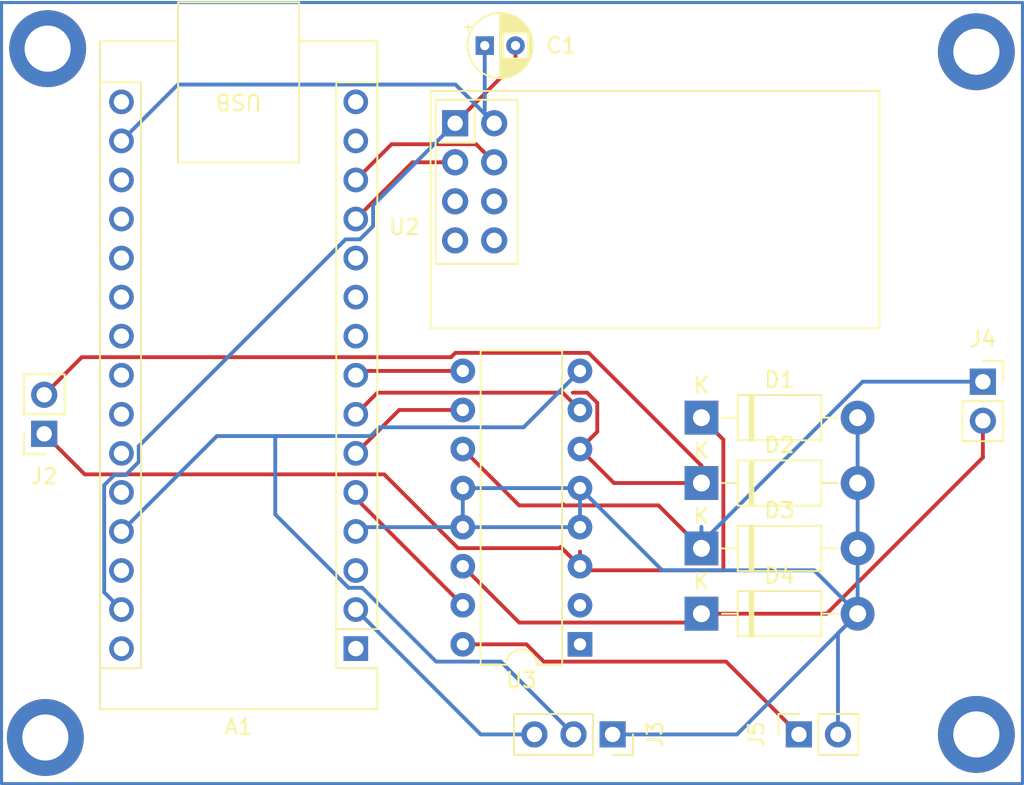
<source format=kicad_pcb>
(kicad_pcb (version 20221018) (generator pcbnew)
  (layers (0 "F.Cu" signal) (31 "B.Cu" signal) (34 "B.Paste" user) (35 "F.Paste" user) (36 "B.SilkS" user "B.Silkscreen") (37 "F.SilkS" user "F.Silkscreen") (38 "B.Mask" user) (39 "F.Mask" user) (44 "Edge.Cuts" user))
  (net 0 "")
  (net 2 "Servo Signal")
  (net 4 "GND")
  (net 5 "IN4")
  (net 6 "IN3")
  (net 7 "IN2")
  (net 8 "EnB")
  (net 9 "EnA")
  (net 10 "IN1")
  (net 12 "CE")
  (net 13 "CSN")
  (net 17 "VCC 3.3v")
  (net 27 "VCC 5v")
  (net 34 "Net-(D1-K)")
  (net 35 "Net-(D2-K)")
  (net 36 "Net-(D3-K)")
  (net 37 "Net-(D4-K)")
  (net 38 "Net-(J5-Pin_1)")
  (footprint "Package_DIP:DIP-16_W7.62mm" (layer "F.Cu") (at 150.62 75.94 180)
    (fp_text reference "U3" (at 3.81 -2.33) (layer "F.SilkS"))
    (fp_text value "L293D")
    (fp_line (start 1.16 -1.33) (end 1.16 19.11) (stroke (width 0.12)) (layer "F.SilkS"))
    (fp_line (start 1.16 19.11) (end 6.46 19.11) (stroke (width 0.12)) (layer "F.SilkS"))
    (fp_line (start 2.81 -1.33) (end 1.16 -1.33) (stroke (width 0.12)) (layer "F.SilkS"))
    (fp_line (start 6.46 -1.33) (end 4.81 -1.33) (stroke (width 0.12)) (layer "F.SilkS"))
    (fp_line (start 6.46 19.11) (end 6.46 -1.33) (stroke (width 0.12)) (layer "F.SilkS"))
    (fp_arc (start 4.81 -1.33) (mid 3.81 -0.33) (end 2.81 -1.33) (stroke (width 0.12)) (layer "F.SilkS"))
    (pad "1" thru_hole rect (at 0 0 180) (size 1.6 1.6) (drill 0.8) (layers "*.Cu" "*.Mask") (net 9 "EnA"))
    (pad "2" thru_hole oval (at 0 2.54 180) (size 1.6 1.6) (drill 0.8) (layers "*.Cu" "*.Mask") (net 10 "IN1"))
    (pad "3" thru_hole oval (at 0 5.08 180) (size 1.6 1.6) (drill 0.8) (layers "*.Cu" "*.Mask") (net 34 "Net-(D1-K)"))
    (pad "4" thru_hole oval (at 0 7.62 180) (size 1.6 1.6) (drill 0.8) (layers "*.Cu" "*.Mask") (net 4 "GND"))
    (pad "5" thru_hole oval (at 0 10.16 180) (size 1.6 1.6) (drill 0.8) (layers "*.Cu" "*.Mask") (net 4 "GND"))
    (pad "6" thru_hole oval (at 0 12.7 180) (size 1.6 1.6) (drill 0.8) (layers "*.Cu" "*.Mask") (net 35 "Net-(D2-K)"))
    (pad "7" thru_hole oval (at 0 15.24 180) (size 1.6 1.6) (drill 0.8) (layers "*.Cu" "*.Mask") (net 7 "IN2"))
    (pad "8" thru_hole oval (at 0 17.78 180) (size 1.6 1.6) (drill 0.8) (layers "*.Cu" "*.Mask") (net 27 "VCC 5v"))
    (pad "9" thru_hole oval (at 7.62 17.78 180) (size 1.6 1.6) (drill 0.8) (layers "*.Cu" "*.Mask") (net 8 "EnB"))
    (pad "10" thru_hole oval (at 7.62 15.24 180) (size 1.6 1.6) (drill 0.8) (layers "*.Cu" "*.Mask") (net 6 "IN3"))
    (pad "11" thru_hole oval (at 7.62 12.7 180) (size 1.6 1.6) (drill 0.8) (layers "*.Cu" "*.Mask") (net 36 "Net-(D3-K)"))
    (pad "12" thru_hole oval (at 7.62 10.16 180) (size 1.6 1.6) (drill 0.8) (layers "*.Cu" "*.Mask") (net 4 "GND"))
    (pad "13" thru_hole oval (at 7.62 7.62 180) (size 1.6 1.6) (drill 0.8) (layers "*.Cu" "*.Mask") (net 4 "GND"))
    (pad "14" thru_hole oval (at 7.62 5.08 180) (size 1.6 1.6) (drill 0.8) (layers "*.Cu" "*.Mask") (net 37 "Net-(D4-K)"))
    (pad "15" thru_hole oval (at 7.62 2.54 180) (size 1.6 1.6) (drill 0.8) (layers "*.Cu" "*.Mask") (net 5 "IN4"))
    (pad "16" thru_hole oval (at 7.62 0 180) (size 1.6 1.6) (drill 0.8) (layers "*.Cu" "*.Mask") (net 38 "Net-(J5-Pin_1)"))
  )
  (footprint "Module:Arduino_Nano" (layer "F.Cu") (at 136.04 76.22 180)
    (fp_text reference "A1" (at 7.62 -5.08) (layer "F.SilkS"))
    (fp_text value "Arduino_Nano_v2.x")
    (fp_text user "USB" (at 7.62 35.56 180 unlocked) (layer "F.SilkS"))
    (fp_line (start -1.4 -3.94) (end -1.4 -1.27) (stroke (width 0.12)) (layer "F.SilkS"))
    (fp_line (start -1.4 1.27) (end -1.4 39.5) (stroke (width 0.12)) (layer "F.SilkS"))
    (fp_line (start -1.4 39.5) (end 3.68 39.5) (stroke (width 0.12)) (layer "F.SilkS"))
    (fp_line (start 1.27 -1.27) (end -1.4 -1.27) (stroke (width 0.12)) (layer "F.SilkS"))
    (fp_line (start 1.27 1.27) (end -1.4 1.27) (stroke (width 0.12)) (layer "F.SilkS"))
    (fp_line (start 1.27 1.27) (end 1.27 -1.27) (stroke (width 0.12)) (layer "F.SilkS"))
    (fp_line (start 1.27 1.27) (end 1.27 36.83) (stroke (width 0.12)) (layer "F.SilkS"))
    (fp_line (start 1.27 36.83) (end -1.4 36.83) (stroke (width 0.12)) (layer "F.SilkS"))
    (fp_line (start 3.68 31.62) (end 11.56 31.62) (stroke (width 0.12)) (layer "F.SilkS"))
    (fp_line (start 3.68 42.04) (end 3.68 31.62) (stroke (width 0.12)) (layer "F.SilkS"))
    (fp_line (start 11.56 31.62) (end 11.56 42.04) (stroke (width 0.12)) (layer "F.SilkS"))
    (fp_line (start 11.56 42.04) (end 3.68 42.04) (stroke (width 0.12)) (layer "F.SilkS"))
    (fp_line (start 13.97 -1.27) (end 13.97 36.83) (stroke (width 0.12)) (layer "F.SilkS"))
    (fp_line (start 13.97 -1.27) (end 16.64 -1.27) (stroke (width 0.12)) (layer "F.SilkS"))
    (fp_line (start 13.97 36.83) (end 16.64 36.83) (stroke (width 0.12)) (layer "F.SilkS"))
    (fp_line (start 16.64 -3.94) (end -1.4 -3.94) (stroke (width 0.12)) (layer "F.SilkS"))
    (fp_line (start 16.64 39.5) (end 11.56 39.5) (stroke (width 0.12)) (layer "F.SilkS"))
    (fp_line (start 16.64 39.5) (end 16.64 -3.94) (stroke (width 0.12)) (layer "F.SilkS"))
    (pad "1" thru_hole rect (at 0 0 180) (size 1.6 1.6) (drill 1) (layers "*.Cu" "*.Mask"))
    (pad "2" thru_hole oval (at 0 2.54 180) (size 1.6 1.6) (drill 1) (layers "*.Cu" "*.Mask") (net 2 "Servo Signal"))
    (pad "3" thru_hole oval (at 0 5.08 180) (size 1.6 1.6) (drill 1) (layers "*.Cu" "*.Mask"))
    (pad "4" thru_hole oval (at 0 7.62 180) (size 1.6 1.6) (drill 1) (layers "*.Cu" "*.Mask") (net 4 "GND"))
    (pad "5" thru_hole oval (at 0 10.16 180) (size 1.6 1.6) (drill 1) (layers "*.Cu" "*.Mask") (net 5 "IN4"))
    (pad "6" thru_hole oval (at 0 12.7 180) (size 1.6 1.6) (drill 1) (layers "*.Cu" "*.Mask") (net 6 "IN3"))
    (pad "7" thru_hole oval (at 0 15.24 180) (size 1.6 1.6) (drill 1) (layers "*.Cu" "*.Mask") (net 7 "IN2"))
    (pad "8" thru_hole oval (at 0 17.78 180) (size 1.6 1.6) (drill 1) (layers "*.Cu" "*.Mask") (net 8 "EnB"))
    (pad "9" thru_hole oval (at 0 20.32 180) (size 1.6 1.6) (drill 1) (layers "*.Cu" "*.Mask") (net 9 "EnA"))
    (pad "10" thru_hole oval (at 0 22.86 180) (size 1.6 1.6) (drill 1) (layers "*.Cu" "*.Mask") (net 10 "IN1"))
    (pad "11" thru_hole oval (at 0 25.4 180) (size 1.6 1.6) (drill 1) (layers "*.Cu" "*.Mask"))
    (pad "12" thru_hole oval (at 0 27.94 180) (size 1.6 1.6) (drill 1) (layers "*.Cu" "*.Mask") (net 12 "CE"))
    (pad "13" thru_hole oval (at 0 30.48 180) (size 1.6 1.6) (drill 1) (layers "*.Cu" "*.Mask") (net 13 "CSN"))
    (pad "14" thru_hole oval (at 0 33.02 180) (size 1.6 1.6) (drill 1) (layers "*.Cu" "*.Mask"))
    (pad "15" thru_hole oval (at 0 35.56 180) (size 1.6 1.6) (drill 1) (layers "*.Cu" "*.Mask"))
    (pad "16" thru_hole oval (at 15.24 35.56 180) (size 1.6 1.6) (drill 1) (layers "*.Cu" "*.Mask"))
    (pad "17" thru_hole oval (at 15.24 33.02 180) (size 1.6 1.6) (drill 1) (layers "*.Cu" "*.Mask") (net 17 "VCC 3.3v"))
    (pad "18" thru_hole oval (at 15.24 30.48 180) (size 1.6 1.6) (drill 1) (layers "*.Cu" "*.Mask"))
    (pad "19" thru_hole oval (at 15.24 27.94 180) (size 1.6 1.6) (drill 1) (layers "*.Cu" "*.Mask"))
    (pad "20" thru_hole oval (at 15.24 25.4 180) (size 1.6 1.6) (drill 1) (layers "*.Cu" "*.Mask"))
    (pad "21" thru_hole oval (at 15.24 22.86 180) (size 1.6 1.6) (drill 1) (layers "*.Cu" "*.Mask"))
    (pad "22" thru_hole oval (at 15.24 20.32 180) (size 1.6 1.6) (drill 1) (layers "*.Cu" "*.Mask"))
    (pad "23" thru_hole oval (at 15.24 17.78 180) (size 1.6 1.6) (drill 1) (layers "*.Cu" "*.Mask"))
    (pad "24" thru_hole oval (at 15.24 15.24 180) (size 1.6 1.6) (drill 1) (layers "*.Cu" "*.Mask"))
    (pad "25" thru_hole oval (at 15.24 12.7 180) (size 1.6 1.6) (drill 1) (layers "*.Cu" "*.Mask"))
    (pad "26" thru_hole oval (at 15.24 10.16 180) (size 1.6 1.6) (drill 1) (layers "*.Cu" "*.Mask"))
    (pad "27" thru_hole oval (at 15.24 7.62 180) (size 1.6 1.6) (drill 1) (layers "*.Cu" "*.Mask") (net 27 "VCC 5v"))
    (pad "28" thru_hole oval (at 15.24 5.08 180) (size 1.6 1.6) (drill 1) (layers "*.Cu" "*.Mask"))
    (pad "29" thru_hole oval (at 15.24 2.54 180) (size 1.6 1.6) (drill 1) (layers "*.Cu" "*.Mask") (net 4 "GND"))
    (pad "30" thru_hole oval (at 15.24 0 180) (size 1.6 1.6) (drill 1) (layers "*.Cu" "*.Mask"))
  )
  (footprint "Connector_PinSocket_2.54mm:PinSocket_1x02_P2.54mm_Vertical" (layer "F.Cu") (at 115.775 62.25 180)
    (fp_text reference "J2" (at 0 -2.77) (layer "F.SilkS"))
    (fp_text value "Motor 1")
    (fp_line (start -1.33 1.27) (end -1.33 3.87) (stroke (width 0.12)) (layer "F.SilkS"))
    (fp_line (start -1.33 1.27) (end 1.33 1.27) (stroke (width 0.12)) (layer "F.SilkS"))
    (fp_line (start -1.33 3.87) (end 1.33 3.87) (stroke (width 0.12)) (layer "F.SilkS"))
    (fp_line (start 0 -1.33) (end 1.33 -1.33) (stroke (width 0.12)) (layer "F.SilkS"))
    (fp_line (start 1.33 -1.33) (end 1.33 0) (stroke (width 0.12)) (layer "F.SilkS"))
    (fp_line (start 1.33 1.27) (end 1.33 3.87) (stroke (width 0.12)) (layer "F.SilkS"))
    (pad "1" thru_hole rect (at 0 0 180) (size 1.7 1.7) (drill 1) (layers "*.Cu" "*.Mask") (net 34 "Net-(D1-K)"))
    (pad "2" thru_hole oval (at 0 2.54 180) (size 1.7 1.7) (drill 1) (layers "*.Cu" "*.Mask") (net 35 "Net-(D2-K)"))
  )
  (footprint "Connector_PinSocket_2.54mm:PinSocket_1x02_P2.54mm_Vertical" (layer "F.Cu") (at 164.86 81.8 90)
    (fp_text reference "J5" (at 0 -2.77 90) (layer "F.SilkS"))
    (fp_text value "12V GND")
    (fp_line (start -1.33 1.27) (end -1.33 3.87) (stroke (width 0.12)) (layer "F.SilkS"))
    (fp_line (start -1.33 1.27) (end 1.33 1.27) (stroke (width 0.12)) (layer "F.SilkS"))
    (fp_line (start -1.33 3.87) (end 1.33 3.87) (stroke (width 0.12)) (layer "F.SilkS"))
    (fp_line (start 0 -1.33) (end 1.33 -1.33) (stroke (width 0.12)) (layer "F.SilkS"))
    (fp_line (start 1.33 -1.33) (end 1.33 0) (stroke (width 0.12)) (layer "F.SilkS"))
    (fp_line (start 1.33 1.27) (end 1.33 3.87) (stroke (width 0.12)) (layer "F.SilkS"))
    (pad "1" thru_hole rect (at 0 0 90) (size 1.7 1.7) (drill 1) (layers "*.Cu" "*.Mask") (net 38 "Net-(J5-Pin_1)"))
    (pad "2" thru_hole oval (at 0 2.54 90) (size 1.7 1.7) (drill 1) (layers "*.Cu" "*.Mask") (net 4 "GND"))
  )
  (footprint "Diode_THT:D_DO-41_SOD81_P10.16mm_Horizontal" (layer "F.Cu") (at 158.52 73.95)
    (fp_text reference "D4" (at 5.08 -2.47) (layer "F.SilkS"))
    (fp_text value "1N4001")
    (fp_text user "K" (at 0 -2.1) (layer "F.SilkS"))
    (fp_line (start 1.34 0) (end 2.36 0) (stroke (width 0.12)) (layer "F.SilkS"))
    (fp_line (start 2.36 -1.47) (end 2.36 1.47) (stroke (width 0.12)) (layer "F.SilkS"))
    (fp_line (start 2.36 1.47) (end 7.8 1.47) (stroke (width 0.12)) (layer "F.SilkS"))
    (fp_line (start 3.14 -1.47) (end 3.14 1.47) (stroke (width 0.12)) (layer "F.SilkS"))
    (fp_line (start 3.26 -1.47) (end 3.26 1.47) (stroke (width 0.12)) (layer "F.SilkS"))
    (fp_line (start 3.38 -1.47) (end 3.38 1.47) (stroke (width 0.12)) (layer "F.SilkS"))
    (fp_line (start 7.8 -1.47) (end 2.36 -1.47) (stroke (width 0.12)) (layer "F.SilkS"))
    (fp_line (start 7.8 1.47) (end 7.8 -1.47) (stroke (width 0.12)) (layer "F.SilkS"))
    (fp_line (start 8.82 0) (end 7.8 0) (stroke (width 0.12)) (layer "F.SilkS"))
    (pad "1" thru_hole rect (at 0 0) (size 2.2 2.2) (drill 1.1) (layers "*.Cu" "*.Mask") (net 37 "Net-(D4-K)"))
    (pad "2" thru_hole oval (at 10.16 0) (size 2.2 2.2) (drill 1.1) (layers "*.Cu" "*.Mask") (net 4 "GND"))
  )
  (footprint "Connector_PinSocket_2.54mm:PinSocket_1x03_P2.54mm_Vertical" (layer "F.Cu") (at 152.74 81.8 -90)
    (fp_text reference "J3" (at 0 -2.77 90) (layer "F.SilkS"))
    (fp_text value "SERVO")
    (fp_line (start -1.33 1.27) (end -1.33 6.41) (stroke (width 0.12)) (layer "F.SilkS"))
    (fp_line (start -1.33 1.27) (end 1.33 1.27) (stroke (width 0.12)) (layer "F.SilkS"))
    (fp_line (start -1.33 6.41) (end 1.33 6.41) (stroke (width 0.12)) (layer "F.SilkS"))
    (fp_line (start 0 -1.33) (end 1.33 -1.33) (stroke (width 0.12)) (layer "F.SilkS"))
    (fp_line (start 1.33 -1.33) (end 1.33 0) (stroke (width 0.12)) (layer "F.SilkS"))
    (fp_line (start 1.33 1.27) (end 1.33 6.41) (stroke (width 0.12)) (layer "F.SilkS"))
    (pad "1" thru_hole rect (at 0 0 270) (size 1.7 1.7) (drill 1) (layers "*.Cu" "*.Mask") (net 4 "GND"))
    (pad "2" thru_hole oval (at 0 2.54 270) (size 1.7 1.7) (drill 1) (layers "*.Cu" "*.Mask") (net 27 "VCC 5v"))
    (pad "3" thru_hole oval (at 0 5.08 270) (size 1.7 1.7) (drill 1) (layers "*.Cu" "*.Mask") (net 2 "Servo Signal"))
  )
  (footprint "Capacitor_THT:CP_Radial_D4.0mm_P2.00mm" (layer "F.Cu") (at 144.427401 37)
    (fp_text reference "C1" (at 4.972599 0) (layer "F.SilkS"))
    (fp_text value "C 104" hide)
    (fp_line (start -1.269801 -1.195) (end -0.869801 -1.195) (stroke (width 0.12)) (layer "F.SilkS"))
    (fp_line (start -1.069801 -1.395) (end -1.069801 -0.995) (stroke (width 0.12)) (layer "F.SilkS"))
    (fp_line (start 1 -2.08) (end 1 2.08) (stroke (width 0.12)) (layer "F.SilkS"))
    (fp_line (start 1.04 -2.08) (end 1.04 2.08) (stroke (width 0.12)) (layer "F.SilkS"))
    (fp_line (start 1.08 -2.079) (end 1.08 2.079) (stroke (width 0.12)) (layer "F.SilkS"))
    (fp_line (start 1.12 -2.077) (end 1.12 2.077) (stroke (width 0.12)) (layer "F.SilkS"))
    (fp_line (start 1.16 -2.074) (end 1.16 2.074) (stroke (width 0.12)) (layer "F.SilkS"))
    (fp_line (start 1.2 -2.071) (end 1.2 -0.84) (stroke (width 0.12)) (layer "F.SilkS"))
    (fp_line (start 1.2 0.84) (end 1.2 2.071) (stroke (width 0.12)) (layer "F.SilkS"))
    (fp_line (start 1.24 -2.067) (end 1.24 -0.84) (stroke (width 0.12)) (layer "F.SilkS"))
    (fp_line (start 1.24 0.84) (end 1.24 2.067) (stroke (width 0.12)) (layer "F.SilkS"))
    (fp_line (start 1.28 -2.062) (end 1.28 -0.84) (stroke (width 0.12)) (layer "F.SilkS"))
    (fp_line (start 1.28 0.84) (end 1.28 2.062) (stroke (width 0.12)) (layer "F.SilkS"))
    (fp_line (start 1.32 -2.056) (end 1.32 -0.84) (stroke (width 0.12)) (layer "F.SilkS"))
    (fp_line (start 1.32 0.84) (end 1.32 2.056) (stroke (width 0.12)) (layer "F.SilkS"))
    (fp_line (start 1.36 -2.05) (end 1.36 -0.84) (stroke (width 0.12)) (layer "F.SilkS"))
    (fp_line (start 1.36 0.84) (end 1.36 2.05) (stroke (width 0.12)) (layer "F.SilkS"))
    (fp_line (start 1.4 -2.042) (end 1.4 -0.84) (stroke (width 0.12)) (layer "F.SilkS"))
    (fp_line (start 1.4 0.84) (end 1.4 2.042) (stroke (width 0.12)) (layer "F.SilkS"))
    (fp_line (start 1.44 -2.034) (end 1.44 -0.84) (stroke (width 0.12)) (layer "F.SilkS"))
    (fp_line (start 1.44 0.84) (end 1.44 2.034) (stroke (width 0.12)) (layer "F.SilkS"))
    (fp_line (start 1.48 -2.025) (end 1.48 -0.84) (stroke (width 0.12)) (layer "F.SilkS"))
    (fp_line (start 1.48 0.84) (end 1.48 2.025) (stroke (width 0.12)) (layer "F.SilkS"))
    (fp_line (start 1.52 -2.016) (end 1.52 -0.84) (stroke (width 0.12)) (layer "F.SilkS"))
    (fp_line (start 1.52 0.84) (end 1.52 2.016) (stroke (width 0.12)) (layer "F.SilkS"))
    (fp_line (start 1.56 -2.005) (end 1.56 -0.84) (stroke (width 0.12)) (layer "F.SilkS"))
    (fp_line (start 1.56 0.84) (end 1.56 2.005) (stroke (width 0.12)) (layer "F.SilkS"))
    (fp_line (start 1.6 -1.994) (end 1.6 -0.84) (stroke (width 0.12)) (layer "F.SilkS"))
    (fp_line (start 1.6 0.84) (end 1.6 1.994) (stroke (width 0.12)) (layer "F.SilkS"))
    (fp_line (start 1.64 -1.982) (end 1.64 -0.84) (stroke (width 0.12)) (layer "F.SilkS"))
    (fp_line (start 1.64 0.84) (end 1.64 1.982) (stroke (width 0.12)) (layer "F.SilkS"))
    (fp_line (start 1.68 -1.968) (end 1.68 -0.84) (stroke (width 0.12)) (layer "F.SilkS"))
    (fp_line (start 1.68 0.84) (end 1.68 1.968) (stroke (width 0.12)) (layer "F.SilkS"))
    (fp_line (start 1.721 -1.954) (end 1.721 -0.84) (stroke (width 0.12)) (layer "F.SilkS"))
    (fp_line (start 1.721 0.84) (end 1.721 1.954) (stroke (width 0.12)) (layer "F.SilkS"))
    (fp_line (start 1.761 -1.94) (end 1.761 -0.84) (stroke (width 0.12)) (layer "F.SilkS"))
    (fp_line (start 1.761 0.84) (end 1.761 1.94) (stroke (width 0.12)) (layer "F.SilkS"))
    (fp_line (start 1.801 -1.924) (end 1.801 -0.84) (stroke (width 0.12)) (layer "F.SilkS"))
    (fp_line (start 1.801 0.84) (end 1.801 1.924) (stroke (width 0.12)) (layer "F.SilkS"))
    (fp_line (start 1.841 -1.907) (end 1.841 -0.84) (stroke (width 0.12)) (layer "F.SilkS"))
    (fp_line (start 1.841 0.84) (end 1.841 1.907) (stroke (width 0.12)) (layer "F.SilkS"))
    (fp_line (start 1.881 -1.889) (end 1.881 -0.84) (stroke (width 0.12)) (layer "F.SilkS"))
    (fp_line (start 1.881 0.84) (end 1.881 1.889) (stroke (width 0.12)) (layer "F.SilkS"))
    (fp_line (start 1.921 -1.87) (end 1.921 -0.84) (stroke (width 0.12)) (layer "F.SilkS"))
    (fp_line (start 1.921 0.84) (end 1.921 1.87) (stroke (width 0.12)) (layer "F.SilkS"))
    (fp_line (start 1.961 -1.851) (end 1.961 -0.84) (stroke (width 0.12)) (layer "F.SilkS"))
    (fp_line (start 1.961 0.84) (end 1.961 1.851) (stroke (width 0.12)) (layer "F.SilkS"))
    (fp_line (start 2.001 -1.83) (end 2.001 -0.84) (stroke (width 0.12)) (layer "F.SilkS"))
    (fp_line (start 2.001 0.84) (end 2.001 1.83) (stroke (width 0.12)) (layer "F.SilkS"))
    (fp_line (start 2.041 -1.808) (end 2.041 -0.84) (stroke (width 0.12)) (layer "F.SilkS"))
    (fp_line (start 2.041 0.84) (end 2.041 1.808) (stroke (width 0.12)) (layer "F.SilkS"))
    (fp_line (start 2.081 -1.785) (end 2.081 -0.84) (stroke (width 0.12)) (layer "F.SilkS"))
    (fp_line (start 2.081 0.84) (end 2.081 1.785) (stroke (width 0.12)) (layer "F.SilkS"))
    (fp_line (start 2.121 -1.76) (end 2.121 -0.84) (stroke (width 0.12)) (layer "F.SilkS"))
    (fp_line (start 2.121 0.84) (end 2.121 1.76) (stroke (width 0.12)) (layer "F.SilkS"))
    (fp_line (start 2.161 -1.735) (end 2.161 -0.84) (stroke (width 0.12)) (layer "F.SilkS"))
    (fp_line (start 2.161 0.84) (end 2.161 1.735) (stroke (width 0.12)) (layer "F.SilkS"))
    (fp_line (start 2.201 -1.708) (end 2.201 -0.84) (stroke (width 0.12)) (layer "F.SilkS"))
    (fp_line (start 2.201 0.84) (end 2.201 1.708) (stroke (width 0.12)) (layer "F.SilkS"))
    (fp_line (start 2.241 -1.68) (end 2.241 -0.84) (stroke (width 0.12)) (layer "F.SilkS"))
    (fp_line (start 2.241 0.84) (end 2.241 1.68) (stroke (width 0.12)) (layer "F.SilkS"))
    (fp_line (start 2.281 -1.65) (end 2.281 -0.84) (stroke (width 0.12)) (layer "F.SilkS"))
    (fp_line (start 2.281 0.84) (end 2.281 1.65) (stroke (width 0.12)) (layer "F.SilkS"))
    (fp_line (start 2.321 -1.619) (end 2.321 -0.84) (stroke (width 0.12)) (layer "F.SilkS"))
    (fp_line (start 2.321 0.84) (end 2.321 1.619) (stroke (width 0.12)) (layer "F.SilkS"))
    (fp_line (start 2.361 -1.587) (end 2.361 -0.84) (stroke (width 0.12)) (layer "F.SilkS"))
    (fp_line (start 2.361 0.84) (end 2.361 1.587) (stroke (width 0.12)) (layer "F.SilkS"))
    (fp_line (start 2.401 -1.552) (end 2.401 -0.84) (stroke (width 0.12)) (layer "F.SilkS"))
    (fp_line (start 2.401 0.84) (end 2.401 1.552) (stroke (width 0.12)) (layer "F.SilkS"))
    (fp_line (start 2.441 -1.516) (end 2.441 -0.84) (stroke (width 0.12)) (layer "F.SilkS"))
    (fp_line (start 2.441 0.84) (end 2.441 1.516) (stroke (width 0.12)) (layer "F.SilkS"))
    (fp_line (start 2.481 -1.478) (end 2.481 -0.84) (stroke (width 0.12)) (layer "F.SilkS"))
    (fp_line (start 2.481 0.84) (end 2.481 1.478) (stroke (width 0.12)) (layer "F.SilkS"))
    (fp_line (start 2.521 -1.438) (end 2.521 -0.84) (stroke (width 0.12)) (layer "F.SilkS"))
    (fp_line (start 2.521 0.84) (end 2.521 1.438) (stroke (width 0.12)) (layer "F.SilkS"))
    (fp_line (start 2.561 -1.396) (end 2.561 -0.84) (stroke (width 0.12)) (layer "F.SilkS"))
    (fp_line (start 2.561 0.84) (end 2.561 1.396) (stroke (width 0.12)) (layer "F.SilkS"))
    (fp_line (start 2.601 -1.351) (end 2.601 -0.84) (stroke (width 0.12)) (layer "F.SilkS"))
    (fp_line (start 2.601 0.84) (end 2.601 1.351) (stroke (width 0.12)) (layer "F.SilkS"))
    (fp_line (start 2.641 -1.304) (end 2.641 -0.84) (stroke (width 0.12)) (layer "F.SilkS"))
    (fp_line (start 2.641 0.84) (end 2.641 1.304) (stroke (width 0.12)) (layer "F.SilkS"))
    (fp_line (start 2.681 -1.254) (end 2.681 -0.84) (stroke (width 0.12)) (layer "F.SilkS"))
    (fp_line (start 2.681 0.84) (end 2.681 1.254) (stroke (width 0.12)) (layer "F.SilkS"))
    (fp_line (start 2.721 -1.2) (end 2.721 -0.84) (stroke (width 0.12)) (layer "F.SilkS"))
    (fp_line (start 2.721 0.84) (end 2.721 1.2) (stroke (width 0.12)) (layer "F.SilkS"))
    (fp_line (start 2.761 -1.142) (end 2.761 -0.84) (stroke (width 0.12)) (layer "F.SilkS"))
    (fp_line (start 2.761 0.84) (end 2.761 1.142) (stroke (width 0.12)) (layer "F.SilkS"))
    (fp_line (start 2.801 -1.08) (end 2.801 -0.84) (stroke (width 0.12)) (layer "F.SilkS"))
    (fp_line (start 2.801 0.84) (end 2.801 1.08) (stroke (width 0.12)) (layer "F.SilkS"))
    (fp_line (start 2.841 -1.013) (end 2.841 1.013) (stroke (width 0.12)) (layer "F.SilkS"))
    (fp_line (start 2.881 -0.94) (end 2.881 0.94) (stroke (width 0.12)) (layer "F.SilkS"))
    (fp_line (start 2.921 -0.859) (end 2.921 0.859) (stroke (width 0.12)) (layer "F.SilkS"))
    (fp_line (start 2.961 -0.768) (end 2.961 0.768) (stroke (width 0.12)) (layer "F.SilkS"))
    (fp_line (start 3.001 -0.664) (end 3.001 0.664) (stroke (width 0.12)) (layer "F.SilkS"))
    (fp_line (start 3.041 -0.537) (end 3.041 0.537) (stroke (width 0.12)) (layer "F.SilkS"))
    (fp_line (start 3.081 -0.37) (end 3.081 0.37) (stroke (width 0.12)) (layer "F.SilkS"))
    (fp_circle (center 1 0) (end 3.12 0) (stroke (width 0.12)) (fill none) (layer "F.SilkS"))
    (pad "1" thru_hole rect (at 0 0) (size 1.2 1.2) (drill 0.6) (layers "*.Cu" "*.Mask") (net 17 "VCC 3.3v"))
    (pad "2" thru_hole circle (at 2 0) (size 1.2 1.2) (drill 0.6) (layers "*.Cu" "*.Mask") (net 4 "GND"))
  )
  (footprint "Connector_PinSocket_2.54mm:PinSocket_1x02_P2.54mm_Vertical" (layer "F.Cu") (at 176.825 58.86)
    (fp_text reference "J4" (at 0 -2.77) (layer "F.SilkS"))
    (fp_text value "Motor 2")
    (fp_line (start -1.33 1.27) (end -1.33 3.87) (stroke (width 0.12)) (layer "F.SilkS"))
    (fp_line (start -1.33 1.27) (end 1.33 1.27) (stroke (width 0.12)) (layer "F.SilkS"))
    (fp_line (start -1.33 3.87) (end 1.33 3.87) (stroke (width 0.12)) (layer "F.SilkS"))
    (fp_line (start 0 -1.33) (end 1.33 -1.33) (stroke (width 0.12)) (layer "F.SilkS"))
    (fp_line (start 1.33 -1.33) (end 1.33 0) (stroke (width 0.12)) (layer "F.SilkS"))
    (fp_line (start 1.33 1.27) (end 1.33 3.87) (stroke (width 0.12)) (layer "F.SilkS"))
    (pad "1" thru_hole rect (at 0 0) (size 1.7 1.7) (drill 1) (layers "*.Cu" "*.Mask") (net 36 "Net-(D3-K)"))
    (pad "2" thru_hole oval (at 0 2.54) (size 1.7 1.7) (drill 1) (layers "*.Cu" "*.Mask") (net 37 "Net-(D4-K)"))
  )
  (footprint "Diode_THT:D_DO-41_SOD81_P10.16mm_Horizontal" (layer "F.Cu") (at 158.52 61.2)
    (fp_text reference "D1" (at 5.08 -2.47) (layer "F.SilkS"))
    (fp_text value "1N4001")
    (fp_text user "K" (at 0 -2.1) (layer "F.SilkS"))
    (fp_line (start 1.34 0) (end 2.36 0) (stroke (width 0.12)) (layer "F.SilkS"))
    (fp_line (start 2.36 -1.47) (end 2.36 1.47) (stroke (width 0.12)) (layer "F.SilkS"))
    (fp_line (start 2.36 1.47) (end 7.8 1.47) (stroke (width 0.12)) (layer "F.SilkS"))
    (fp_line (start 3.14 -1.47) (end 3.14 1.47) (stroke (width 0.12)) (layer "F.SilkS"))
    (fp_line (start 3.26 -1.47) (end 3.26 1.47) (stroke (width 0.12)) (layer "F.SilkS"))
    (fp_line (start 3.38 -1.47) (end 3.38 1.47) (stroke (width 0.12)) (layer "F.SilkS"))
    (fp_line (start 7.8 -1.47) (end 2.36 -1.47) (stroke (width 0.12)) (layer "F.SilkS"))
    (fp_line (start 7.8 1.47) (end 7.8 -1.47) (stroke (width 0.12)) (layer "F.SilkS"))
    (fp_line (start 8.82 0) (end 7.8 0) (stroke (width 0.12)) (layer "F.SilkS"))
    (pad "1" thru_hole rect (at 0 0) (size 2.2 2.2) (drill 1.1) (layers "*.Cu" "*.Mask") (net 34 "Net-(D1-K)"))
    (pad "2" thru_hole oval (at 10.16 0) (size 2.2 2.2) (drill 1.1) (layers "*.Cu" "*.Mask") (net 4 "GND"))
  )
  (footprint "Diode_THT:D_DO-41_SOD81_P10.16mm_Horizontal" (layer "F.Cu") (at 158.52 69.7)
    (fp_text reference "D3" (at 5.08 -2.47) (layer "F.SilkS"))
    (fp_text value "1N4001")
    (fp_text user "K" (at 0 -2.1) (layer "F.SilkS"))
    (fp_line (start 1.34 0) (end 2.36 0) (stroke (width 0.12)) (layer "F.SilkS"))
    (fp_line (start 2.36 -1.47) (end 2.36 1.47) (stroke (width 0.12)) (layer "F.SilkS"))
    (fp_line (start 2.36 1.47) (end 7.8 1.47) (stroke (width 0.12)) (layer "F.SilkS"))
    (fp_line (start 3.14 -1.47) (end 3.14 1.47) (stroke (width 0.12)) (layer "F.SilkS"))
    (fp_line (start 3.26 -1.47) (end 3.26 1.47) (stroke (width 0.12)) (layer "F.SilkS"))
    (fp_line (start 3.38 -1.47) (end 3.38 1.47) (stroke (width 0.12)) (layer "F.SilkS"))
    (fp_line (start 7.8 -1.47) (end 2.36 -1.47) (stroke (width 0.12)) (layer "F.SilkS"))
    (fp_line (start 7.8 1.47) (end 7.8 -1.47) (stroke (width 0.12)) (layer "F.SilkS"))
    (fp_line (start 8.82 0) (end 7.8 0) (stroke (width 0.12)) (layer "F.SilkS"))
    (pad "1" thru_hole rect (at 0 0) (size 2.2 2.2) (drill 1.1) (layers "*.Cu" "*.Mask") (net 36 "Net-(D3-K)"))
    (pad "2" thru_hole oval (at 10.16 0) (size 2.2 2.2) (drill 1.1) (layers "*.Cu" "*.Mask") (net 4 "GND"))
  )
  (footprint "Diode_THT:D_DO-41_SOD81_P10.16mm_Horizontal" (layer "F.Cu") (at 158.52 65.45)
    (fp_text reference "D2" (at 5.08 -2.47) (layer "F.SilkS"))
    (fp_text value "1N4001")
    (fp_text user "K" (at 0 -2.1) (layer "F.SilkS"))
    (fp_line (start 1.34 0) (end 2.36 0) (stroke (width 0.12)) (layer "F.SilkS"))
    (fp_line (start 2.36 -1.47) (end 2.36 1.47) (stroke (width 0.12)) (layer "F.SilkS"))
    (fp_line (start 2.36 1.47) (end 7.8 1.47) (stroke (width 0.12)) (layer "F.SilkS"))
    (fp_line (start 3.14 -1.47) (end 3.14 1.47) (stroke (width 0.12)) (layer "F.SilkS"))
    (fp_line (start 3.26 -1.47) (end 3.26 1.47) (stroke (width 0.12)) (layer "F.SilkS"))
    (fp_line (start 3.38 -1.47) (end 3.38 1.47) (stroke (width 0.12)) (layer "F.SilkS"))
    (fp_line (start 7.8 -1.47) (end 2.36 -1.47) (stroke (width 0.12)) (layer "F.SilkS"))
    (fp_line (start 7.8 1.47) (end 7.8 -1.47) (stroke (width 0.12)) (layer "F.SilkS"))
    (fp_line (start 8.82 0) (end 7.8 0) (stroke (width 0.12)) (layer "F.SilkS"))
    (pad "1" thru_hole rect (at 0 0) (size 2.2 2.2) (drill 1.1) (layers "*.Cu" "*.Mask") (net 35 "Net-(D2-K)"))
    (pad "2" thru_hole oval (at 10.16 0) (size 2.2 2.2) (drill 1.1) (layers "*.Cu" "*.Mask") (net 4 "GND"))
  )
  (footprint "RF_Module:nRF24L01_Breakout" (layer "F.Cu") (at 142.5 42.05)
    (fp_text reference "U2" (at -3.3 6.75) (layer "F.SilkS"))
    (fp_text value "NRF24L01_Breakout")
    (fp_line (start -1.6 -2.1) (end -1.6 -2.1) (stroke (width 0.12)) (layer "F.SilkS"))
    (fp_line (start -1.6 -2.1) (end 27.6 -2.1) (stroke (width 0.12)) (layer "F.SilkS"))
    (fp_line (start -1.6 13.35) (end -1.6 -2.1) (stroke (width 0.12)) (layer "F.SilkS"))
    (fp_line (start -1.27 -1.524) (end -1.27 -1.524) (stroke (width 0.12)) (layer "F.SilkS"))
    (fp_line (start -1.27 -1.524) (end 4.064 -1.524) (stroke (width 0.12)) (layer "F.SilkS"))
    (fp_line (start -1.27 9.144) (end -1.27 -1.524) (stroke (width 0.12)) (layer "F.SilkS"))
    (fp_line (start -1.27 9.144) (end -1.27 9.144) (stroke (width 0.12)) (layer "F.SilkS"))
    (fp_line (start -1.016 1.27) (end -1.016 1.27) (stroke (width 0.12)) (layer "F.SilkS"))
    (fp_line (start 1.27 -1.016) (end 1.27 1.27) (stroke (width 0.12)) (layer "F.SilkS"))
    (fp_line (start 1.27 1.27) (end -1.016 1.27) (stroke (width 0.12)) (layer "F.SilkS"))
    (fp_line (start 4.064 -1.524) (end 4.064 9.144) (stroke (width 0.12)) (layer "F.SilkS"))
    (fp_line (start 4.064 9.144) (end -1.27 9.144) (stroke (width 0.12)) (layer "F.SilkS"))
    (fp_line (start 27.6 -2.1) (end 27.6 13.35) (stroke (width 0.12)) (layer "F.SilkS"))
    (fp_line (start 27.6 13.35) (end -1.6 13.35) (stroke (width 0.12)) (layer "F.SilkS"))
    (pad "1" thru_hole rect (at 0 0) (size 1.7 1.7) (drill 1) (layers "*.Cu" "*.Mask") (net 4 "GND"))
    (pad "2" thru_hole circle (at 2.54 0) (size 1.7 1.7) (drill 1) (layers "*.Cu" "*.Mask") (net 17 "VCC 3.3v"))
    (pad "3" thru_hole circle (at 0 2.54) (size 1.7 1.7) (drill 1) (layers "*.Cu" "*.Mask") (net 12 "CE"))
    (pad "4" thru_hole circle (at 2.54 2.54) (size 1.7 1.7) (drill 1) (layers "*.Cu" "*.Mask") (net 13 "CSN"))
    (pad "5" thru_hole circle (at 0 5.08) (size 1.7 1.7) (drill 1) (layers "*.Cu" "*.Mask"))
    (pad "6" thru_hole circle (at 2.54 5.08) (size 1.7 1.7) (drill 1) (layers "*.Cu" "*.Mask"))
    (pad "7" thru_hole circle (at 0 7.62) (size 1.7 1.7) (drill 1) (layers "*.Cu" "*.Mask"))
    (pad "8" thru_hole circle (at 2.54 7.62) (size 1.7 1.7) (drill 1) (layers "*.Cu" "*.Mask"))
  )
  (gr_rect (start 113 34.2) (end 179.4 85) (stroke (width 0.2)) (fill none) (layer "B.Cu"))
  (via (at 176.4 37.4) (size 5) (drill 3) (layers "F.Cu" "B.Cu") (net 0))
  (via (at 116 37.2) (size 5) (drill 3) (layers "F.Cu" "B.Cu") (net 0))
  (via (at 176.4 81.8) (size 5) (drill 3) (layers "F.Cu" "B.Cu") (net 0))
  (via (at 115.85 82) (size 5) (drill 3) (layers "F.Cu" "B.Cu") (net 0))
  (segment (start 144.16 81.8) (end 136.04 73.68) (width 0.25) (layer "B.Cu") (net 2))
  (segment (start 147.66 81.8) (end 144.16 81.8) (width 0.25) (layer "B.Cu") (net 2))
  (segment (start 146.427401 38.122599) (end 142.5 42.05) (width 0.25) (layer "F.Cu") (net 4))
  (segment (start 146.427401 37) (end 146.427401 38.122599) (width 0.25) (layer "F.Cu") (net 4))
  (segment (start 168.68 69.7) (end 168.68 65.45) (width 0.25) (layer "B.Cu") (net 4))
  (segment (start 120.334009 64.935) (end 119.675 65.594009) (width 0.25) (layer "B.Cu") (net 4))
  (segment (start 167.4 75.23) (end 168.68 73.95) (width 0.25) (layer "B.Cu") (net 4))
  (segment (start 143 68.32) (end 143 65.78) (width 0.25) (layer "B.Cu") (net 4))
  (segment (start 121.925 63.054009) (end 121.925 64.075) (width 0.25) (layer "B.Cu") (net 4))
  (segment (start 142.5 42.05) (end 137.165 47.385) (width 0.25) (layer "B.Cu") (net 4))
  (segment (start 167.4 81.8) (end 167.4 75.23) (width 0.25) (layer "B.Cu") (net 4))
  (segment (start 150.62 65.78) (end 155.965 71.125) (width 0.25) (layer "B.Cu") (net 4))
  (segment (start 121.065 64.935) (end 120.334009 64.935) (width 0.25) (layer "B.Cu") (net 4))
  (segment (start 137.165 48.745991) (end 136.310991 49.6) (width 0.25) (layer "B.Cu") (net 4))
  (segment (start 136.32 68.32) (end 136.04 68.6) (width 0.25) (layer "B.Cu") (net 4))
  (segment (start 152.74 81.8) (end 160.83 81.8) (width 0.25) (layer "B.Cu") (net 4))
  (segment (start 136.310991 49.6) (end 135.379009 49.6) (width 0.25) (layer "B.Cu") (net 4))
  (segment (start 155.965 71.125) (end 165.855 71.125) (width 0.25) (layer "B.Cu") (net 4))
  (segment (start 160.83 81.8) (end 168.68 73.95) (width 0.25) (layer "B.Cu") (net 4))
  (segment (start 137.165 47.385) (end 137.165 48.745991) (width 0.25) (layer "B.Cu") (net 4))
  (segment (start 143 65.78) (end 150.62 65.78) (width 0.25) (layer "B.Cu") (net 4))
  (segment (start 168.68 61.2) (end 168.68 65.45) (width 0.25) (layer "B.Cu") (net 4))
  (segment (start 150.62 68.32) (end 143 68.32) (width 0.25) (layer "B.Cu") (net 4))
  (segment (start 121.925 64.075) (end 121.065 64.935) (width 0.25) (layer "B.Cu") (net 4))
  (segment (start 150.62 68.32) (end 150.62 65.78) (width 0.25) (layer "B.Cu") (net 4))
  (segment (start 119.675 65.594009) (end 119.675 72.555) (width 0.25) (layer "B.Cu") (net 4))
  (segment (start 168.68 73.95) (end 168.68 69.7) (width 0.25) (layer "B.Cu") (net 4))
  (segment (start 165.855 71.125) (end 168.68 73.95) (width 0.25) (layer "B.Cu") (net 4))
  (segment (start 135.379009 49.6) (end 121.925 63.054009) (width 0.25) (layer "B.Cu") (net 4))
  (segment (start 143 68.32) (end 136.32 68.32) (width 0.25) (layer "B.Cu") (net 4))
  (segment (start 119.675 72.555) (end 120.8 73.68) (width 0.25) (layer "B.Cu") (net 4))
  (segment (start 136.04 66.44) (end 136.04 66.06) (width 0.25) (layer "F.Cu") (net 5))
  (segment (start 143 73.4) (end 136.04 66.44) (width 0.25) (layer "F.Cu") (net 5))
  (segment (start 138.86 60.7) (end 136.04 63.52) (width 0.25) (layer "F.Cu") (net 6))
  (segment (start 143 60.7) (end 138.86 60.7) (width 0.25) (layer "F.Cu") (net 6))
  (segment (start 137.445 59.575) (end 136.04 60.98) (width 0.25) (layer "F.Cu") (net 7))
  (segment (start 150.62 60.7) (end 149.495 59.575) (width 0.25) (layer "F.Cu") (net 7))
  (segment (start 149.495 59.575) (end 137.445 59.575) (width 0.25) (layer "F.Cu") (net 7))
  (segment (start 143 58.16) (end 136.32 58.16) (width 0.25) (layer "F.Cu") (net 8))
  (segment (start 136.32 58.16) (end 136.04 58.44) (width 0.25) (layer "F.Cu") (net 8))
  (segment (start 139.73 44.59) (end 136.04 48.28) (width 0.25) (layer "F.Cu") (net 12))
  (segment (start 142.5 44.59) (end 139.73 44.59) (width 0.25) (layer "F.Cu") (net 12))
  (segment (start 145.04 44.59) (end 143.865 43.415) (width 0.25) (layer "F.Cu") (net 13))
  (segment (start 138.365 43.415) (end 136.04 45.74) (width 0.25) (layer "F.Cu") (net 13))
  (segment (start 143.865 43.415) (end 138.365 43.415) (width 0.25) (layer "F.Cu") (net 13))
  (segment (start 145.04 42.05) (end 142.525 39.535) (width 0.25) (layer "B.Cu") (net 17))
  (segment (start 124.465 39.535) (end 120.8 43.2) (width 0.25) (layer "B.Cu") (net 17))
  (segment (start 144.427401 41.437401) (end 145.04 42.05) (width 0.25) (layer "B.Cu") (net 17))
  (segment (start 144.427401 37) (end 144.427401 41.437401) (width 0.25) (layer "B.Cu") (net 17))
  (segment (start 142.525 39.535) (end 124.465 39.535) (width 0.25) (layer "B.Cu") (net 17))
  (segment (start 137.575 61.825) (end 137.005 62.395) (width 0.25) (layer "B.Cu") (net 27))
  (segment (start 136.465 72.265) (end 135.574009 72.265) (width 0.25) (layer "B.Cu") (net 27))
  (segment (start 135.574009 72.265) (end 130.8 67.490991) (width 0.25) (layer "B.Cu") (net 27))
  (segment (start 145.465 77.065) (end 141.265 77.065) (width 0.25) (layer "B.Cu") (net 27))
  (segment (start 150.2 81.8) (end 145.465 77.065) (width 0.25) (layer "B.Cu") (net 27))
  (segment (start 141.265 77.065) (end 136.465 72.265) (width 0.25) (layer "B.Cu") (net 27))
  (segment (start 130.8 67.490991) (end 130.8 62.395) (width 0.25) (layer "B.Cu") (net 27))
  (segment (start 150.62 58.16) (end 146.955 61.825) (width 0.25) (layer "B.Cu") (net 27))
  (segment (start 146.955 61.825) (end 137.575 61.825) (width 0.25) (layer "B.Cu") (net 27))
  (segment (start 137.005 62.395) (end 130.8 62.395) (width 0.25) (layer "B.Cu") (net 27))
  (segment (start 127.005 62.395) (end 120.8 68.6) (width 0.25) (layer "B.Cu") (net 27))
  (segment (start 130.8 62.395) (end 127.005 62.395) (width 0.25) (layer "B.Cu") (net 27))
  (segment (start 159.945 71.125) (end 150.885 71.125) (width 0.25) (layer "F.Cu") (net 34))
  (segment (start 158.52 62.010991) (end 158.52 61.2) (width 0.25) (layer "F.Cu") (net 34))
  (segment (start 150.885 71.125) (end 150.62 70.86) (width 0.25) (layer "F.Cu") (net 34))
  (segment (start 149.36 69.6) (end 150.62 70.86) (width 0.25) (layer "F.Cu") (net 34))
  (segment (start 137.885 64.885) (end 142.685 69.685) (width 0.25) (layer "F.Cu") (net 34))
  (segment (start 149.445 69.685) (end 150.62 70.86) (width 0.25) (layer "F.Cu") (net 34))
  (segment (start 158.52 61.2) (end 159.945 62.625) (width 0.25) (layer "F.Cu") (net 34))
  (segment (start 142.685 69.685) (end 149.445 69.685) (width 0.25) (layer "F.Cu") (net 34))
  (segment (start 115.775 62.25) (end 118.41 64.885) (width 0.25) (layer "F.Cu") (net 34))
  (segment (start 150.62 70.86) (end 150.62 69.910991) (width 0.25) (layer "F.Cu") (net 34))
  (segment (start 159.945 62.625) (end 159.945 71.125) (width 0.25) (layer "F.Cu") (net 34))
  (segment (start 118.41 64.885) (end 137.885 64.885) (width 0.25) (layer "F.Cu") (net 34))
  (segment (start 151.185 56.985) (end 158.52 64.32) (width 0.25) (layer "F.Cu") (net 35))
  (segment (start 158.52 64.32) (end 158.52 65.45) (width 0.25) (layer "F.Cu") (net 35))
  (segment (start 151.745 62.115) (end 150.62 63.24) (width 0.25) (layer "F.Cu") (net 35))
  (segment (start 115.775 59.71) (end 118.22 57.265) (width 0.25) (layer "F.Cu") (net 35))
  (segment (start 151.745 60.234009) (end 151.745 62.115) (width 0.25) (layer "F.Cu") (net 35))
  (segment (start 142.233299 57.265) (end 142.513299 56.985) (width 0.25) (layer "F.Cu") (net 35))
  (segment (start 142.513299 56.985) (end 151.185 56.985) (width 0.25) (layer "F.Cu") (net 35))
  (segment (start 150.154009 59.575) (end 151.085991 59.575) (width 0.25) (layer "F.Cu") (net 35))
  (segment (start 118.22 57.265) (end 142.233299 57.265) (width 0.25) (layer "F.Cu") (net 35))
  (segment (start 151.085991 59.575) (end 151.745 60.234009) (width 0.25) (layer "F.Cu") (net 35))
  (segment (start 152.83 65.45) (end 150.62 63.24) (width 0.25) (layer "F.Cu") (net 35))
  (segment (start 158.52 65.45) (end 152.83 65.45) (width 0.25) (layer "F.Cu") (net 35))
  (segment (start 155.725 66.905) (end 146.665 66.905) (width 0.25) (layer "F.Cu") (net 36))
  (segment (start 158.52 69.7) (end 155.725 66.905) (width 0.25) (layer "F.Cu") (net 36))
  (segment (start 149.495 66.8) (end 149.6 66.905) (width 0.25) (layer "F.Cu") (net 36))
  (segment (start 146.665 66.905) (end 143 63.24) (width 0.25) (layer "F.Cu") (net 36))
  (segment (start 176.825 58.86) (end 169.004745 58.86) (width 0.25) (layer "B.Cu") (net 36))
  (segment (start 158.52 68.3) (end 158.52 69.7) (width 0.25) (layer "B.Cu") (net 36))
  (segment (start 158.52 69.344745) (end 158.52 69.7) (width 0.25) (layer "B.Cu") (net 36))
  (segment (start 169.004745 58.86) (end 158.52 69.344745) (width 0.25) (layer "B.Cu") (net 36))
  (segment (start 176.825 63.789745) (end 166.664745 73.95) (width 0.25) (layer "F.Cu") (net 37))
  (segment (start 166.664745 73.95) (end 158.52 73.95) (width 0.25) (layer "F.Cu") (net 37))
  (segment (start 146.665 74.525) (end 143 70.86) (width 0.25) (layer "F.Cu") (net 37))
  (segment (start 176.825 61.4) (end 176.825 63.789745) (width 0.25) (layer "F.Cu") (net 37))
  (segment (start 158.52 73.95) (end 157.945 74.525) (width 0.25) (layer "F.Cu") (net 37))
  (segment (start 157.945 74.525) (end 146.665 74.525) (width 0.25) (layer "F.Cu") (net 37))
  (segment (start 160.125 77.065) (end 148.265 77.065) (width 0.25) (layer "F.Cu") (net 38))
  (segment (start 148.265 77.065) (end 147.14 75.94) (width 0.25) (layer "F.Cu") (net 38))
  (segment (start 147.14 75.94) (end 143 75.94) (width 0.25) (layer "F.Cu") (net 38))
  (segment (start 164.86 81.8) (end 160.125 77.065) (width 0.25) (layer "F.Cu") (net 38))
)
</source>
